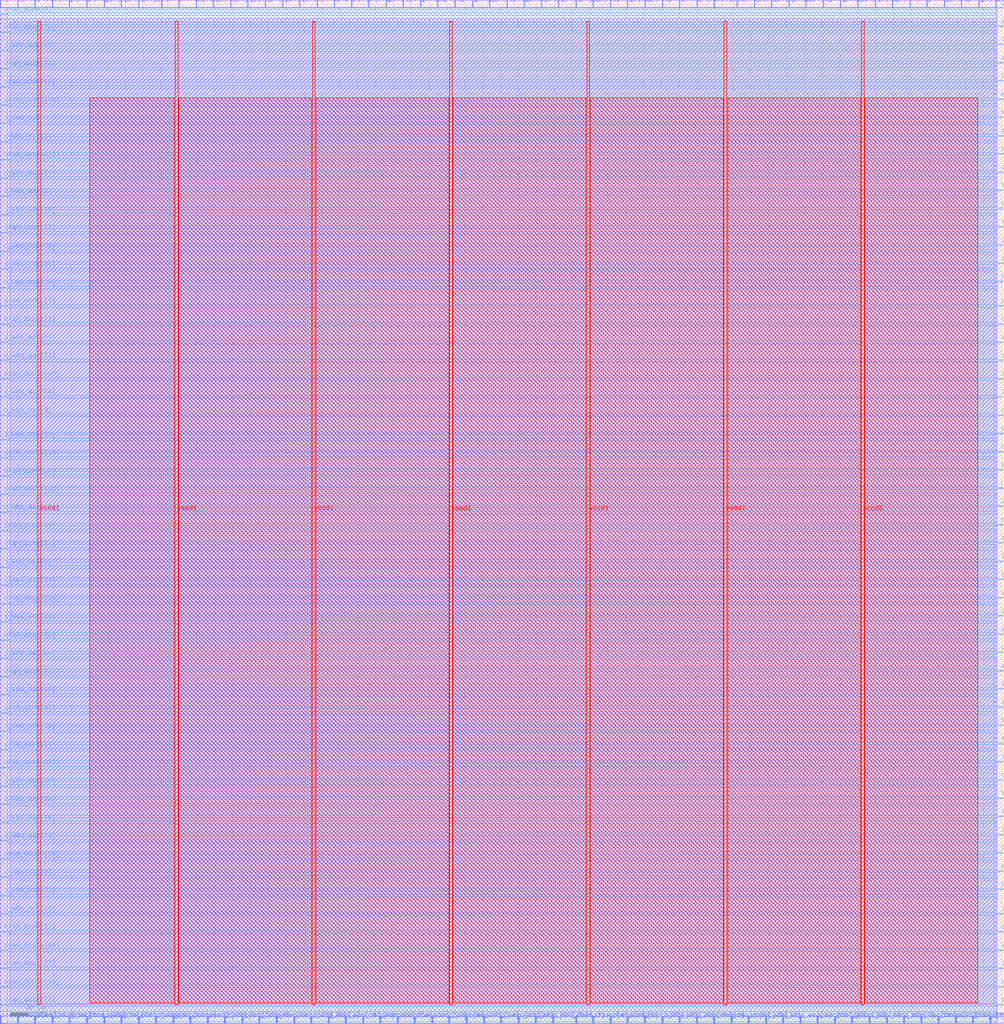
<source format=lef>
VERSION 5.7 ;
  NOWIREEXTENSIONATPIN ON ;
  DIVIDERCHAR "/" ;
  BUSBITCHARS "[]" ;
MACRO Modbus_w_RegSpace_Controller
  CLASS BLOCK ;
  FOREIGN Modbus_w_RegSpace_Controller ;
  ORIGIN 0.000 0.000 ;
  SIZE 561.805 BY 572.525 ;
  PIN i_clk
    DIRECTION INPUT ;
    USE SIGNAL ;
    PORT
      LAYER met3 ;
        RECT 557.805 360.440 561.805 361.040 ;
    END
  END i_clk
  PIN i_rst
    DIRECTION INPUT ;
    USE SIGNAL ;
    PORT
      LAYER met2 ;
        RECT 499.190 568.525 499.470 572.525 ;
    END
  END i_rst
  PIN i_rx
    DIRECTION INPUT ;
    USE SIGNAL ;
    PORT
      LAYER met2 ;
        RECT 360.730 568.525 361.010 572.525 ;
    END
  END i_rx
  PIN i_wbs_adr[0]
    DIRECTION INPUT ;
    USE SIGNAL ;
    PORT
      LAYER met2 ;
        RECT 476.650 0.000 476.930 4.000 ;
    END
  END i_wbs_adr[0]
  PIN i_wbs_adr[10]
    DIRECTION INPUT ;
    USE SIGNAL ;
    PORT
      LAYER met3 ;
        RECT 0.000 452.240 4.000 452.840 ;
    END
  END i_wbs_adr[10]
  PIN i_wbs_adr[11]
    DIRECTION INPUT ;
    USE SIGNAL ;
    PORT
      LAYER met2 ;
        RECT 183.630 0.000 183.910 4.000 ;
    END
  END i_wbs_adr[11]
  PIN i_wbs_adr[12]
    DIRECTION INPUT ;
    USE SIGNAL ;
    PORT
      LAYER met3 ;
        RECT 557.805 289.040 561.805 289.640 ;
    END
  END i_wbs_adr[12]
  PIN i_wbs_adr[13]
    DIRECTION INPUT ;
    USE SIGNAL ;
    PORT
      LAYER met3 ;
        RECT 557.805 268.640 561.805 269.240 ;
    END
  END i_wbs_adr[13]
  PIN i_wbs_adr[14]
    DIRECTION INPUT ;
    USE SIGNAL ;
    PORT
      LAYER met3 ;
        RECT 557.805 380.840 561.805 381.440 ;
    END
  END i_wbs_adr[14]
  PIN i_wbs_adr[15]
    DIRECTION INPUT ;
    USE SIGNAL ;
    PORT
      LAYER met3 ;
        RECT 0.000 122.440 4.000 123.040 ;
    END
  END i_wbs_adr[15]
  PIN i_wbs_adr[16]
    DIRECTION INPUT ;
    USE SIGNAL ;
    PORT
      LAYER met3 ;
        RECT 0.000 163.240 4.000 163.840 ;
    END
  END i_wbs_adr[16]
  PIN i_wbs_adr[17]
    DIRECTION INPUT ;
    USE SIGNAL ;
    PORT
      LAYER met3 ;
        RECT 0.000 544.040 4.000 544.640 ;
    END
  END i_wbs_adr[17]
  PIN i_wbs_adr[18]
    DIRECTION INPUT ;
    USE SIGNAL ;
    PORT
      LAYER met3 ;
        RECT 557.805 425.040 561.805 425.640 ;
    END
  END i_wbs_adr[18]
  PIN i_wbs_adr[19]
    DIRECTION INPUT ;
    USE SIGNAL ;
    PORT
      LAYER met3 ;
        RECT 0.000 102.040 4.000 102.640 ;
    END
  END i_wbs_adr[19]
  PIN i_wbs_adr[1]
    DIRECTION INPUT ;
    USE SIGNAL ;
    PORT
      LAYER met2 ;
        RECT 341.410 568.525 341.690 572.525 ;
    END
  END i_wbs_adr[1]
  PIN i_wbs_adr[20]
    DIRECTION INPUT ;
    USE SIGNAL ;
    PORT
      LAYER met2 ;
        RECT 418.690 0.000 418.970 4.000 ;
    END
  END i_wbs_adr[20]
  PIN i_wbs_adr[21]
    DIRECTION INPUT ;
    USE SIGNAL ;
    PORT
      LAYER met2 ;
        RECT 431.570 568.525 431.850 572.525 ;
    END
  END i_wbs_adr[21]
  PIN i_wbs_adr[22]
    DIRECTION INPUT ;
    USE SIGNAL ;
    PORT
      LAYER met2 ;
        RECT 128.890 568.525 129.170 572.525 ;
    END
  END i_wbs_adr[22]
  PIN i_wbs_adr[23]
    DIRECTION INPUT ;
    USE SIGNAL ;
    PORT
      LAYER met2 ;
        RECT 244.810 568.525 245.090 572.525 ;
    END
  END i_wbs_adr[23]
  PIN i_wbs_adr[24]
    DIRECTION INPUT ;
    USE SIGNAL ;
    PORT
      LAYER met2 ;
        RECT 280.230 0.000 280.510 4.000 ;
    END
  END i_wbs_adr[24]
  PIN i_wbs_adr[25]
    DIRECTION INPUT ;
    USE SIGNAL ;
    PORT
      LAYER met3 ;
        RECT 0.000 421.640 4.000 422.240 ;
    END
  END i_wbs_adr[25]
  PIN i_wbs_adr[26]
    DIRECTION INPUT ;
    USE SIGNAL ;
    PORT
      LAYER met3 ;
        RECT 0.000 132.640 4.000 133.240 ;
    END
  END i_wbs_adr[26]
  PIN i_wbs_adr[27]
    DIRECTION INPUT ;
    USE SIGNAL ;
    PORT
      LAYER met3 ;
        RECT 557.805 105.440 561.805 106.040 ;
    END
  END i_wbs_adr[27]
  PIN i_wbs_adr[28]
    DIRECTION INPUT ;
    USE SIGNAL ;
    PORT
      LAYER met3 ;
        RECT 0.000 224.440 4.000 225.040 ;
    END
  END i_wbs_adr[28]
  PIN i_wbs_adr[29]
    DIRECTION INPUT ;
    USE SIGNAL ;
    PORT
      LAYER met3 ;
        RECT 557.805 527.040 561.805 527.640 ;
    END
  END i_wbs_adr[29]
  PIN i_wbs_adr[2]
    DIRECTION INPUT ;
    USE SIGNAL ;
    PORT
      LAYER met2 ;
        RECT 312.430 568.525 312.710 572.525 ;
    END
  END i_wbs_adr[2]
  PIN i_wbs_adr[30]
    DIRECTION INPUT ;
    USE SIGNAL ;
    PORT
      LAYER met3 ;
        RECT 0.000 350.240 4.000 350.840 ;
    END
  END i_wbs_adr[30]
  PIN i_wbs_adr[31]
    DIRECTION INPUT ;
    USE SIGNAL ;
    PORT
      LAYER met2 ;
        RECT 447.670 0.000 447.950 4.000 ;
    END
  END i_wbs_adr[31]
  PIN i_wbs_adr[3]
    DIRECTION INPUT ;
    USE SIGNAL ;
    PORT
      LAYER met3 ;
        RECT 0.000 462.440 4.000 463.040 ;
    END
  END i_wbs_adr[3]
  PIN i_wbs_adr[4]
    DIRECTION INPUT ;
    USE SIGNAL ;
    PORT
      LAYER met3 ;
        RECT 557.805 370.640 561.805 371.240 ;
    END
  END i_wbs_adr[4]
  PIN i_wbs_adr[5]
    DIRECTION INPUT ;
    USE SIGNAL ;
    PORT
      LAYER met3 ;
        RECT 0.000 380.840 4.000 381.440 ;
    END
  END i_wbs_adr[5]
  PIN i_wbs_adr[6]
    DIRECTION INPUT ;
    USE SIGNAL ;
    PORT
      LAYER met3 ;
        RECT 557.805 176.840 561.805 177.440 ;
    END
  END i_wbs_adr[6]
  PIN i_wbs_adr[7]
    DIRECTION INPUT ;
    USE SIGNAL ;
    PORT
      LAYER met2 ;
        RECT 495.970 0.000 496.250 4.000 ;
    END
  END i_wbs_adr[7]
  PIN i_wbs_adr[8]
    DIRECTION INPUT ;
    USE SIGNAL ;
    PORT
      LAYER met3 ;
        RECT 557.805 258.440 561.805 259.040 ;
    END
  END i_wbs_adr[8]
  PIN i_wbs_adr[9]
    DIRECTION INPUT ;
    USE SIGNAL ;
    PORT
      LAYER met3 ;
        RECT 557.805 435.240 561.805 435.840 ;
    END
  END i_wbs_adr[9]
  PIN i_wbs_cyc
    DIRECTION INPUT ;
    USE SIGNAL ;
    PORT
      LAYER met3 ;
        RECT 0.000 503.240 4.000 503.840 ;
    END
  END i_wbs_cyc
  PIN i_wbs_dat[0]
    DIRECTION INPUT ;
    USE SIGNAL ;
    PORT
      LAYER met2 ;
        RECT 167.530 568.525 167.810 572.525 ;
    END
  END i_wbs_dat[0]
  PIN i_wbs_dat[10]
    DIRECTION INPUT ;
    USE SIGNAL ;
    PORT
      LAYER met2 ;
        RECT 380.050 0.000 380.330 4.000 ;
    END
  END i_wbs_dat[10]
  PIN i_wbs_dat[11]
    DIRECTION INPUT ;
    USE SIGNAL ;
    PORT
      LAYER met2 ;
        RECT 450.890 568.525 451.170 572.525 ;
    END
  END i_wbs_dat[11]
  PIN i_wbs_dat[12]
    DIRECTION INPUT ;
    USE SIGNAL ;
    PORT
      LAYER met2 ;
        RECT 87.030 0.000 87.310 4.000 ;
    END
  END i_wbs_dat[12]
  PIN i_wbs_dat[13]
    DIRECTION INPUT ;
    USE SIGNAL ;
    PORT
      LAYER met3 ;
        RECT 0.000 326.440 4.000 327.040 ;
    END
  END i_wbs_dat[13]
  PIN i_wbs_dat[14]
    DIRECTION INPUT ;
    USE SIGNAL ;
    PORT
      LAYER met3 ;
        RECT 0.000 183.640 4.000 184.240 ;
    END
  END i_wbs_dat[14]
  PIN i_wbs_dat[15]
    DIRECTION INPUT ;
    USE SIGNAL ;
    PORT
      LAYER met2 ;
        RECT 486.310 0.000 486.590 4.000 ;
    END
  END i_wbs_dat[15]
  PIN i_wbs_dat[16]
    DIRECTION INPUT ;
    USE SIGNAL ;
    PORT
      LAYER met3 ;
        RECT 557.805 197.240 561.805 197.840 ;
    END
  END i_wbs_dat[16]
  PIN i_wbs_dat[17]
    DIRECTION INPUT ;
    USE SIGNAL ;
    PORT
      LAYER met2 ;
        RECT 309.210 0.000 309.490 4.000 ;
    END
  END i_wbs_dat[17]
  PIN i_wbs_dat[18]
    DIRECTION INPUT ;
    USE SIGNAL ;
    PORT
      LAYER met2 ;
        RECT 412.250 568.525 412.530 572.525 ;
    END
  END i_wbs_dat[18]
  PIN i_wbs_dat[19]
    DIRECTION INPUT ;
    USE SIGNAL ;
    PORT
      LAYER met3 ;
        RECT 557.805 30.640 561.805 31.240 ;
    END
  END i_wbs_dat[19]
  PIN i_wbs_dat[1]
    DIRECTION INPUT ;
    USE SIGNAL ;
    PORT
      LAYER met3 ;
        RECT 557.805 567.840 561.805 568.440 ;
    END
  END i_wbs_dat[1]
  PIN i_wbs_dat[20]
    DIRECTION INPUT ;
    USE SIGNAL ;
    PORT
      LAYER met2 ;
        RECT 302.770 568.525 303.050 572.525 ;
    END
  END i_wbs_dat[20]
  PIN i_wbs_dat[21]
    DIRECTION INPUT ;
    USE SIGNAL ;
    PORT
      LAYER met3 ;
        RECT 557.805 51.040 561.805 51.640 ;
    END
  END i_wbs_dat[21]
  PIN i_wbs_dat[22]
    DIRECTION INPUT ;
    USE SIGNAL ;
    PORT
      LAYER met3 ;
        RECT 0.000 71.440 4.000 72.040 ;
    END
  END i_wbs_dat[22]
  PIN i_wbs_dat[23]
    DIRECTION INPUT ;
    USE SIGNAL ;
    PORT
      LAYER met2 ;
        RECT 109.570 568.525 109.850 572.525 ;
    END
  END i_wbs_dat[23]
  PIN i_wbs_dat[24]
    DIRECTION INPUT ;
    USE SIGNAL ;
    PORT
      LAYER met3 ;
        RECT 0.000 204.040 4.000 204.640 ;
    END
  END i_wbs_dat[24]
  PIN i_wbs_dat[25]
    DIRECTION INPUT ;
    USE SIGNAL ;
    PORT
      LAYER met2 ;
        RECT 299.550 0.000 299.830 4.000 ;
    END
  END i_wbs_dat[25]
  PIN i_wbs_dat[26]
    DIRECTION INPUT ;
    USE SIGNAL ;
    PORT
      LAYER met3 ;
        RECT 557.805 61.240 561.805 61.840 ;
    END
  END i_wbs_dat[26]
  PIN i_wbs_dat[27]
    DIRECTION INPUT ;
    USE SIGNAL ;
    PORT
      LAYER met2 ;
        RECT 138.550 568.525 138.830 572.525 ;
    END
  END i_wbs_dat[27]
  PIN i_wbs_dat[28]
    DIRECTION INPUT ;
    USE SIGNAL ;
    PORT
      LAYER met2 ;
        RECT 273.790 568.525 274.070 572.525 ;
    END
  END i_wbs_dat[28]
  PIN i_wbs_dat[29]
    DIRECTION INPUT ;
    USE SIGNAL ;
    PORT
      LAYER met2 ;
        RECT 370.390 0.000 370.670 4.000 ;
    END
  END i_wbs_dat[29]
  PIN i_wbs_dat[2]
    DIRECTION INPUT ;
    USE SIGNAL ;
    PORT
      LAYER met2 ;
        RECT 173.970 0.000 174.250 4.000 ;
    END
  END i_wbs_dat[2]
  PIN i_wbs_dat[30]
    DIRECTION INPUT ;
    USE SIGNAL ;
    PORT
      LAYER met2 ;
        RECT 58.050 568.525 58.330 572.525 ;
    END
  END i_wbs_dat[30]
  PIN i_wbs_dat[31]
    DIRECTION INPUT ;
    USE SIGNAL ;
    PORT
      LAYER met2 ;
        RECT 29.070 0.000 29.350 4.000 ;
    END
  END i_wbs_dat[31]
  PIN i_wbs_dat[3]
    DIRECTION INPUT ;
    USE SIGNAL ;
    PORT
      LAYER met3 ;
        RECT 557.805 146.240 561.805 146.840 ;
    END
  END i_wbs_dat[3]
  PIN i_wbs_dat[4]
    DIRECTION INPUT ;
    USE SIGNAL ;
    PORT
      LAYER met2 ;
        RECT 193.290 0.000 193.570 4.000 ;
    END
  END i_wbs_dat[4]
  PIN i_wbs_dat[5]
    DIRECTION INPUT ;
    USE SIGNAL ;
    PORT
      LAYER met3 ;
        RECT 557.805 476.040 561.805 476.640 ;
    END
  END i_wbs_dat[5]
  PIN i_wbs_dat[6]
    DIRECTION INPUT ;
    USE SIGNAL ;
    PORT
      LAYER met2 ;
        RECT 389.710 0.000 389.990 4.000 ;
    END
  END i_wbs_dat[6]
  PIN i_wbs_dat[7]
    DIRECTION INPUT ;
    USE SIGNAL ;
    PORT
      LAYER met3 ;
        RECT 557.805 187.040 561.805 187.640 ;
    END
  END i_wbs_dat[7]
  PIN i_wbs_dat[8]
    DIRECTION INPUT ;
    USE SIGNAL ;
    PORT
      LAYER met3 ;
        RECT 557.805 350.240 561.805 350.840 ;
    END
  END i_wbs_dat[8]
  PIN i_wbs_dat[9]
    DIRECTION INPUT ;
    USE SIGNAL ;
    PORT
      LAYER met3 ;
        RECT 557.805 40.840 561.805 41.440 ;
    END
  END i_wbs_dat[9]
  PIN i_wbs_sel[0]
    DIRECTION INPUT ;
    USE SIGNAL ;
    PORT
      LAYER met3 ;
        RECT 0.000 255.040 4.000 255.640 ;
    END
  END i_wbs_sel[0]
  PIN i_wbs_sel[1]
    DIRECTION INPUT ;
    USE SIGNAL ;
    PORT
      LAYER met2 ;
        RECT 438.010 0.000 438.290 4.000 ;
    END
  END i_wbs_sel[1]
  PIN i_wbs_sel[2]
    DIRECTION INPUT ;
    USE SIGNAL ;
    PORT
      LAYER met2 ;
        RECT 331.750 568.525 332.030 572.525 ;
    END
  END i_wbs_sel[2]
  PIN i_wbs_sel[3]
    DIRECTION INPUT ;
    USE SIGNAL ;
    PORT
      LAYER met3 ;
        RECT 557.805 227.840 561.805 228.440 ;
    END
  END i_wbs_sel[3]
  PIN i_wbs_stb
    DIRECTION INPUT ;
    USE SIGNAL ;
    PORT
      LAYER met3 ;
        RECT 557.805 537.240 561.805 537.840 ;
    END
  END i_wbs_stb
  PIN i_wbs_we
    DIRECTION INPUT ;
    USE SIGNAL ;
    PORT
      LAYER met2 ;
        RECT 428.350 0.000 428.630 4.000 ;
    END
  END i_wbs_we
  PIN o_tx
    DIRECTION OUTPUT TRISTATE ;
    USE SIGNAL ;
    PORT
      LAYER met2 ;
        RECT 553.930 0.000 554.210 4.000 ;
    END
  END o_tx
  PIN o_wbs_ack
    DIRECTION OUTPUT TRISTATE ;
    USE SIGNAL ;
    PORT
      LAYER met2 ;
        RECT 157.870 568.525 158.150 572.525 ;
    END
  END o_wbs_ack
  PIN o_wbs_dat[0]
    DIRECTION OUTPUT TRISTATE ;
    USE SIGNAL ;
    PORT
      LAYER met2 ;
        RECT 119.230 568.525 119.510 572.525 ;
    END
  END o_wbs_dat[0]
  PIN o_wbs_dat[10]
    DIRECTION OUTPUT TRISTATE ;
    USE SIGNAL ;
    PORT
      LAYER met3 ;
        RECT 557.805 207.440 561.805 208.040 ;
    END
  END o_wbs_dat[10]
  PIN o_wbs_dat[11]
    DIRECTION OUTPUT TRISTATE ;
    USE SIGNAL ;
    PORT
      LAYER met2 ;
        RECT 148.210 568.525 148.490 572.525 ;
    END
  END o_wbs_dat[11]
  PIN o_wbs_dat[12]
    DIRECTION OUTPUT TRISTATE ;
    USE SIGNAL ;
    PORT
      LAYER met2 ;
        RECT 537.830 568.525 538.110 572.525 ;
    END
  END o_wbs_dat[12]
  PIN o_wbs_dat[13]
    DIRECTION OUTPUT TRISTATE ;
    USE SIGNAL ;
    PORT
      LAYER met3 ;
        RECT 0.000 61.240 4.000 61.840 ;
    END
  END o_wbs_dat[13]
  PIN o_wbs_dat[14]
    DIRECTION OUTPUT TRISTATE ;
    USE SIGNAL ;
    PORT
      LAYER met2 ;
        RECT 254.470 568.525 254.750 572.525 ;
    END
  END o_wbs_dat[14]
  PIN o_wbs_dat[15]
    DIRECTION OUTPUT TRISTATE ;
    USE SIGNAL ;
    PORT
      LAYER met3 ;
        RECT 0.000 285.640 4.000 286.240 ;
    END
  END o_wbs_dat[15]
  PIN o_wbs_dat[16]
    DIRECTION OUTPUT TRISTATE ;
    USE SIGNAL ;
    PORT
      LAYER met2 ;
        RECT 293.110 568.525 293.390 572.525 ;
    END
  END o_wbs_dat[16]
  PIN o_wbs_dat[17]
    DIRECTION OUTPUT TRISTATE ;
    USE SIGNAL ;
    PORT
      LAYER met3 ;
        RECT 0.000 472.640 4.000 473.240 ;
    END
  END o_wbs_dat[17]
  PIN o_wbs_dat[18]
    DIRECTION OUTPUT TRISTATE ;
    USE SIGNAL ;
    PORT
      LAYER met3 ;
        RECT 0.000 112.240 4.000 112.840 ;
    END
  END o_wbs_dat[18]
  PIN o_wbs_dat[19]
    DIRECTION OUTPUT TRISTATE ;
    USE SIGNAL ;
    PORT
      LAYER met3 ;
        RECT 557.805 95.240 561.805 95.840 ;
    END
  END o_wbs_dat[19]
  PIN o_wbs_dat[1]
    DIRECTION OUTPUT TRISTATE ;
    USE SIGNAL ;
    PORT
      LAYER met2 ;
        RECT 479.870 568.525 480.150 572.525 ;
    END
  END o_wbs_dat[1]
  PIN o_wbs_dat[20]
    DIRECTION OUTPUT TRISTATE ;
    USE SIGNAL ;
    PORT
      LAYER met3 ;
        RECT 557.805 299.240 561.805 299.840 ;
    END
  END o_wbs_dat[20]
  PIN o_wbs_dat[21]
    DIRECTION OUTPUT TRISTATE ;
    USE SIGNAL ;
    PORT
      LAYER met3 ;
        RECT 0.000 370.640 4.000 371.240 ;
    END
  END o_wbs_dat[21]
  PIN o_wbs_dat[22]
    DIRECTION OUTPUT TRISTATE ;
    USE SIGNAL ;
    PORT
      LAYER met2 ;
        RECT 58.050 0.000 58.330 4.000 ;
    END
  END o_wbs_dat[22]
  PIN o_wbs_dat[23]
    DIRECTION OUTPUT TRISTATE ;
    USE SIGNAL ;
    PORT
      LAYER met2 ;
        RECT 144.990 0.000 145.270 4.000 ;
    END
  END o_wbs_dat[23]
  PIN o_wbs_dat[24]
    DIRECTION OUTPUT TRISTATE ;
    USE SIGNAL ;
    PORT
      LAYER met3 ;
        RECT 0.000 431.840 4.000 432.440 ;
    END
  END o_wbs_dat[24]
  PIN o_wbs_dat[25]
    DIRECTION OUTPUT TRISTATE ;
    USE SIGNAL ;
    PORT
      LAYER met3 ;
        RECT 0.000 411.440 4.000 412.040 ;
    END
  END o_wbs_dat[25]
  PIN o_wbs_dat[26]
    DIRECTION OUTPUT TRISTATE ;
    USE SIGNAL ;
    PORT
      LAYER met2 ;
        RECT 125.670 0.000 125.950 4.000 ;
    END
  END o_wbs_dat[26]
  PIN o_wbs_dat[27]
    DIRECTION OUTPUT TRISTATE ;
    USE SIGNAL ;
    PORT
      LAYER met2 ;
        RECT 251.250 0.000 251.530 4.000 ;
    END
  END o_wbs_dat[27]
  PIN o_wbs_dat[28]
    DIRECTION OUTPUT TRISTATE ;
    USE SIGNAL ;
    PORT
      LAYER met2 ;
        RECT 505.630 0.000 505.910 4.000 ;
    END
  END o_wbs_dat[28]
  PIN o_wbs_dat[29]
    DIRECTION OUTPUT TRISTATE ;
    USE SIGNAL ;
    PORT
      LAYER met3 ;
        RECT 0.000 244.840 4.000 245.440 ;
    END
  END o_wbs_dat[29]
  PIN o_wbs_dat[2]
    DIRECTION OUTPUT TRISTATE ;
    USE SIGNAL ;
    PORT
      LAYER met3 ;
        RECT 0.000 81.640 4.000 82.240 ;
    END
  END o_wbs_dat[2]
  PIN o_wbs_dat[30]
    DIRECTION OUTPUT TRISTATE ;
    USE SIGNAL ;
    PORT
      LAYER met2 ;
        RECT 460.550 568.525 460.830 572.525 ;
    END
  END o_wbs_dat[30]
  PIN o_wbs_dat[31]
    DIRECTION OUTPUT TRISTATE ;
    USE SIGNAL ;
    PORT
      LAYER met2 ;
        RECT 215.830 568.525 216.110 572.525 ;
    END
  END o_wbs_dat[31]
  PIN o_wbs_dat[3]
    DIRECTION OUTPUT TRISTATE ;
    USE SIGNAL ;
    PORT
      LAYER met3 ;
        RECT 0.000 340.040 4.000 340.640 ;
    END
  END o_wbs_dat[3]
  PIN o_wbs_dat[4]
    DIRECTION OUTPUT TRISTATE ;
    USE SIGNAL ;
    PORT
      LAYER met2 ;
        RECT 528.170 568.525 528.450 572.525 ;
    END
  END o_wbs_dat[4]
  PIN o_wbs_dat[5]
    DIRECTION OUTPUT TRISTATE ;
    USE SIGNAL ;
    PORT
      LAYER met2 ;
        RECT 370.390 568.525 370.670 572.525 ;
    END
  END o_wbs_dat[5]
  PIN o_wbs_dat[6]
    DIRECTION OUTPUT TRISTATE ;
    USE SIGNAL ;
    PORT
      LAYER met2 ;
        RECT 67.710 568.525 67.990 572.525 ;
    END
  END o_wbs_dat[6]
  PIN o_wbs_dat[7]
    DIRECTION OUTPUT TRISTATE ;
    USE SIGNAL ;
    PORT
      LAYER met2 ;
        RECT 0.090 568.525 0.370 572.525 ;
    END
  END o_wbs_dat[7]
  PIN o_wbs_dat[8]
    DIRECTION OUTPUT TRISTATE ;
    USE SIGNAL ;
    PORT
      LAYER met3 ;
        RECT 0.000 493.040 4.000 493.640 ;
    END
  END o_wbs_dat[8]
  PIN o_wbs_dat[9]
    DIRECTION OUTPUT TRISTATE ;
    USE SIGNAL ;
    PORT
      LAYER met3 ;
        RECT 557.805 340.040 561.805 340.640 ;
    END
  END o_wbs_dat[9]
  PIN sram_addr0[0]
    DIRECTION OUTPUT TRISTATE ;
    USE SIGNAL ;
    PORT
      LAYER met3 ;
        RECT 0.000 523.640 4.000 524.240 ;
    END
  END sram_addr0[0]
  PIN sram_addr0[1]
    DIRECTION OUTPUT TRISTATE ;
    USE SIGNAL ;
    PORT
      LAYER met3 ;
        RECT 557.805 486.240 561.805 486.840 ;
    END
  END sram_addr0[1]
  PIN sram_addr0[2]
    DIRECTION OUTPUT TRISTATE ;
    USE SIGNAL ;
    PORT
      LAYER met2 ;
        RECT 48.390 0.000 48.670 4.000 ;
    END
  END sram_addr0[2]
  PIN sram_addr0[3]
    DIRECTION OUTPUT TRISTATE ;
    USE SIGNAL ;
    PORT
      LAYER met3 ;
        RECT 557.805 0.040 561.805 0.640 ;
    END
  END sram_addr0[3]
  PIN sram_addr0[4]
    DIRECTION OUTPUT TRISTATE ;
    USE SIGNAL ;
    PORT
      LAYER met2 ;
        RECT 212.610 0.000 212.890 4.000 ;
    END
  END sram_addr0[4]
  PIN sram_addr0[5]
    DIRECTION OUTPUT TRISTATE ;
    USE SIGNAL ;
    PORT
      LAYER met2 ;
        RECT 225.490 568.525 225.770 572.525 ;
    END
  END sram_addr0[5]
  PIN sram_addr0[6]
    DIRECTION OUTPUT TRISTATE ;
    USE SIGNAL ;
    PORT
      LAYER met2 ;
        RECT 90.250 568.525 90.530 572.525 ;
    END
  END sram_addr0[6]
  PIN sram_addr0[7]
    DIRECTION OUTPUT TRISTATE ;
    USE SIGNAL ;
    PORT
      LAYER met2 ;
        RECT 360.730 0.000 361.010 4.000 ;
    END
  END sram_addr0[7]
  PIN sram_addr1[0]
    DIRECTION OUTPUT TRISTATE ;
    USE SIGNAL ;
    PORT
      LAYER met3 ;
        RECT 557.805 506.640 561.805 507.240 ;
    END
  END sram_addr1[0]
  PIN sram_addr1[1]
    DIRECTION OUTPUT TRISTATE ;
    USE SIGNAL ;
    PORT
      LAYER met3 ;
        RECT 0.000 10.240 4.000 10.840 ;
    END
  END sram_addr1[1]
  PIN sram_addr1[2]
    DIRECTION OUTPUT TRISTATE ;
    USE SIGNAL ;
    PORT
      LAYER met2 ;
        RECT 399.370 568.525 399.650 572.525 ;
    END
  END sram_addr1[2]
  PIN sram_addr1[3]
    DIRECTION OUTPUT TRISTATE ;
    USE SIGNAL ;
    PORT
      LAYER met3 ;
        RECT 557.805 547.440 561.805 548.040 ;
    END
  END sram_addr1[3]
  PIN sram_addr1[4]
    DIRECTION OUTPUT TRISTATE ;
    USE SIGNAL ;
    PORT
      LAYER met3 ;
        RECT 0.000 533.840 4.000 534.440 ;
    END
  END sram_addr1[4]
  PIN sram_addr1[5]
    DIRECTION OUTPUT TRISTATE ;
    USE SIGNAL ;
    PORT
      LAYER met2 ;
        RECT 466.990 0.000 467.270 4.000 ;
    END
  END sram_addr1[5]
  PIN sram_addr1[6]
    DIRECTION OUTPUT TRISTATE ;
    USE SIGNAL ;
    PORT
      LAYER met2 ;
        RECT 547.490 568.525 547.770 572.525 ;
    END
  END sram_addr1[6]
  PIN sram_addr1[7]
    DIRECTION OUTPUT TRISTATE ;
    USE SIGNAL ;
    PORT
      LAYER met3 ;
        RECT 0.000 401.240 4.000 401.840 ;
    END
  END sram_addr1[7]
  PIN sram_csb0
    DIRECTION OUTPUT TRISTATE ;
    USE SIGNAL ;
    PORT
      LAYER met3 ;
        RECT 557.805 391.040 561.805 391.640 ;
    END
  END sram_csb0
  PIN sram_csb1
    DIRECTION OUTPUT TRISTATE ;
    USE SIGNAL ;
    PORT
      LAYER met3 ;
        RECT 557.805 496.440 561.805 497.040 ;
    END
  END sram_csb1
  PIN sram_din0[0]
    DIRECTION OUTPUT TRISTATE ;
    USE SIGNAL ;
    PORT
      LAYER met2 ;
        RECT 470.210 568.525 470.490 572.525 ;
    END
  END sram_din0[0]
  PIN sram_din0[10]
    DIRECTION OUTPUT TRISTATE ;
    USE SIGNAL ;
    PORT
      LAYER met2 ;
        RECT 283.450 568.525 283.730 572.525 ;
    END
  END sram_din0[10]
  PIN sram_din0[11]
    DIRECTION OUTPUT TRISTATE ;
    USE SIGNAL ;
    PORT
      LAYER met2 ;
        RECT 222.270 0.000 222.550 4.000 ;
    END
  END sram_din0[11]
  PIN sram_din0[12]
    DIRECTION OUTPUT TRISTATE ;
    USE SIGNAL ;
    PORT
      LAYER met3 ;
        RECT 0.000 51.040 4.000 51.640 ;
    END
  END sram_din0[12]
  PIN sram_din0[13]
    DIRECTION OUTPUT TRISTATE ;
    USE SIGNAL ;
    PORT
      LAYER met2 ;
        RECT 38.730 568.525 39.010 572.525 ;
    END
  END sram_din0[13]
  PIN sram_din0[14]
    DIRECTION OUTPUT TRISTATE ;
    USE SIGNAL ;
    PORT
      LAYER met2 ;
        RECT 260.910 0.000 261.190 4.000 ;
    END
  END sram_din0[14]
  PIN sram_din0[15]
    DIRECTION OUTPUT TRISTATE ;
    USE SIGNAL ;
    PORT
      LAYER met3 ;
        RECT 557.805 115.640 561.805 116.240 ;
    END
  END sram_din0[15]
  PIN sram_din0[16]
    DIRECTION OUTPUT TRISTATE ;
    USE SIGNAL ;
    PORT
      LAYER met2 ;
        RECT 544.270 0.000 544.550 4.000 ;
    END
  END sram_din0[16]
  PIN sram_din0[17]
    DIRECTION OUTPUT TRISTATE ;
    USE SIGNAL ;
    PORT
      LAYER met3 ;
        RECT 0.000 275.440 4.000 276.040 ;
    END
  END sram_din0[17]
  PIN sram_din0[18]
    DIRECTION OUTPUT TRISTATE ;
    USE SIGNAL ;
    PORT
      LAYER met3 ;
        RECT 557.805 455.640 561.805 456.240 ;
    END
  END sram_din0[18]
  PIN sram_din0[19]
    DIRECTION OUTPUT TRISTATE ;
    USE SIGNAL ;
    PORT
      LAYER met3 ;
        RECT 557.805 329.840 561.805 330.440 ;
    END
  END sram_din0[19]
  PIN sram_din0[1]
    DIRECTION OUTPUT TRISTATE ;
    USE SIGNAL ;
    PORT
      LAYER met3 ;
        RECT 0.000 153.040 4.000 153.640 ;
    END
  END sram_din0[1]
  PIN sram_din0[20]
    DIRECTION OUTPUT TRISTATE ;
    USE SIGNAL ;
    PORT
      LAYER met2 ;
        RECT 196.510 568.525 196.790 572.525 ;
    END
  END sram_din0[20]
  PIN sram_din0[21]
    DIRECTION OUTPUT TRISTATE ;
    USE SIGNAL ;
    PORT
      LAYER met2 ;
        RECT 524.950 0.000 525.230 4.000 ;
    END
  END sram_din0[21]
  PIN sram_din0[22]
    DIRECTION OUTPUT TRISTATE ;
    USE SIGNAL ;
    PORT
      LAYER met2 ;
        RECT 421.910 568.525 422.190 572.525 ;
    END
  END sram_din0[22]
  PIN sram_din0[23]
    DIRECTION OUTPUT TRISTATE ;
    USE SIGNAL ;
    PORT
      LAYER met2 ;
        RECT 231.930 0.000 232.210 4.000 ;
    END
  END sram_din0[23]
  PIN sram_din0[24]
    DIRECTION OUTPUT TRISTATE ;
    USE SIGNAL ;
    PORT
      LAYER met3 ;
        RECT 0.000 265.240 4.000 265.840 ;
    END
  END sram_din0[24]
  PIN sram_din0[25]
    DIRECTION OUTPUT TRISTATE ;
    USE SIGNAL ;
    PORT
      LAYER met2 ;
        RECT 508.850 568.525 509.130 572.525 ;
    END
  END sram_din0[25]
  PIN sram_din0[26]
    DIRECTION OUTPUT TRISTATE ;
    USE SIGNAL ;
    PORT
      LAYER met3 ;
        RECT 557.805 136.040 561.805 136.640 ;
    END
  END sram_din0[26]
  PIN sram_din0[27]
    DIRECTION OUTPUT TRISTATE ;
    USE SIGNAL ;
    PORT
      LAYER met3 ;
        RECT 557.805 319.640 561.805 320.240 ;
    END
  END sram_din0[27]
  PIN sram_din0[28]
    DIRECTION OUTPUT TRISTATE ;
    USE SIGNAL ;
    PORT
      LAYER met2 ;
        RECT 164.310 0.000 164.590 4.000 ;
    END
  END sram_din0[28]
  PIN sram_din0[29]
    DIRECTION OUTPUT TRISTATE ;
    USE SIGNAL ;
    PORT
      LAYER met2 ;
        RECT 48.390 568.525 48.670 572.525 ;
    END
  END sram_din0[29]
  PIN sram_din0[2]
    DIRECTION OUTPUT TRISTATE ;
    USE SIGNAL ;
    PORT
      LAYER met3 ;
        RECT 557.805 74.840 561.805 75.440 ;
    END
  END sram_din0[2]
  PIN sram_din0[30]
    DIRECTION OUTPUT TRISTATE ;
    USE SIGNAL ;
    PORT
      LAYER met3 ;
        RECT 0.000 306.040 4.000 306.640 ;
    END
  END sram_din0[30]
  PIN sram_din0[31]
    DIRECTION OUTPUT TRISTATE ;
    USE SIGNAL ;
    PORT
      LAYER met3 ;
        RECT 557.805 465.840 561.805 466.440 ;
    END
  END sram_din0[31]
  PIN sram_din0[3]
    DIRECTION OUTPUT TRISTATE ;
    USE SIGNAL ;
    PORT
      LAYER met2 ;
        RECT 341.410 0.000 341.690 4.000 ;
    END
  END sram_din0[3]
  PIN sram_din0[4]
    DIRECTION OUTPUT TRISTATE ;
    USE SIGNAL ;
    PORT
      LAYER met2 ;
        RECT 135.330 0.000 135.610 4.000 ;
    END
  END sram_din0[4]
  PIN sram_din0[5]
    DIRECTION OUTPUT TRISTATE ;
    USE SIGNAL ;
    PORT
      LAYER met2 ;
        RECT 99.910 568.525 100.190 572.525 ;
    END
  END sram_din0[5]
  PIN sram_din0[6]
    DIRECTION OUTPUT TRISTATE ;
    USE SIGNAL ;
    PORT
      LAYER met2 ;
        RECT 457.330 0.000 457.610 4.000 ;
    END
  END sram_din0[6]
  PIN sram_din0[7]
    DIRECTION OUTPUT TRISTATE ;
    USE SIGNAL ;
    PORT
      LAYER met3 ;
        RECT 557.805 20.440 561.805 21.040 ;
    END
  END sram_din0[7]
  PIN sram_din0[8]
    DIRECTION OUTPUT TRISTATE ;
    USE SIGNAL ;
    PORT
      LAYER met3 ;
        RECT 0.000 173.440 4.000 174.040 ;
    END
  END sram_din0[8]
  PIN sram_din0[9]
    DIRECTION OUTPUT TRISTATE ;
    USE SIGNAL ;
    PORT
      LAYER met3 ;
        RECT 0.000 564.440 4.000 565.040 ;
    END
  END sram_din0[9]
  PIN sram_dout0[0]
    DIRECTION INPUT ;
    USE SIGNAL ;
    PORT
      LAYER met2 ;
        RECT 177.190 568.525 177.470 572.525 ;
    END
  END sram_dout0[0]
  PIN sram_dout0[10]
    DIRECTION INPUT ;
    USE SIGNAL ;
    PORT
      LAYER met2 ;
        RECT 206.170 568.525 206.450 572.525 ;
    END
  END sram_dout0[10]
  PIN sram_dout0[11]
    DIRECTION INPUT ;
    USE SIGNAL ;
    PORT
      LAYER met2 ;
        RECT 186.850 568.525 187.130 572.525 ;
    END
  END sram_dout0[11]
  PIN sram_dout0[12]
    DIRECTION INPUT ;
    USE SIGNAL ;
    PORT
      LAYER met2 ;
        RECT 19.410 0.000 19.690 4.000 ;
    END
  END sram_dout0[12]
  PIN sram_dout0[13]
    DIRECTION INPUT ;
    USE SIGNAL ;
    PORT
      LAYER met2 ;
        RECT 96.690 0.000 96.970 4.000 ;
    END
  END sram_dout0[13]
  PIN sram_dout0[14]
    DIRECTION INPUT ;
    USE SIGNAL ;
    PORT
      LAYER met3 ;
        RECT 557.805 156.440 561.805 157.040 ;
    END
  END sram_dout0[14]
  PIN sram_dout0[15]
    DIRECTION INPUT ;
    USE SIGNAL ;
    PORT
      LAYER met2 ;
        RECT 270.570 0.000 270.850 4.000 ;
    END
  END sram_dout0[15]
  PIN sram_dout0[16]
    DIRECTION INPUT ;
    USE SIGNAL ;
    PORT
      LAYER met3 ;
        RECT 557.805 557.640 561.805 558.240 ;
    END
  END sram_dout0[16]
  PIN sram_dout0[17]
    DIRECTION INPUT ;
    USE SIGNAL ;
    PORT
      LAYER met2 ;
        RECT 9.750 568.525 10.030 572.525 ;
    END
  END sram_dout0[17]
  PIN sram_dout0[18]
    DIRECTION INPUT ;
    USE SIGNAL ;
    PORT
      LAYER met2 ;
        RECT 264.130 568.525 264.410 572.525 ;
    END
  END sram_dout0[18]
  PIN sram_dout0[19]
    DIRECTION INPUT ;
    USE SIGNAL ;
    PORT
      LAYER met2 ;
        RECT 67.710 0.000 67.990 4.000 ;
    END
  END sram_dout0[19]
  PIN sram_dout0[1]
    DIRECTION INPUT ;
    USE SIGNAL ;
    PORT
      LAYER met3 ;
        RECT 557.805 217.640 561.805 218.240 ;
    END
  END sram_dout0[1]
  PIN sram_dout0[20]
    DIRECTION INPUT ;
    USE SIGNAL ;
    PORT
      LAYER met3 ;
        RECT 0.000 360.440 4.000 361.040 ;
    END
  END sram_dout0[20]
  PIN sram_dout0[21]
    DIRECTION INPUT ;
    USE SIGNAL ;
    PORT
      LAYER met2 ;
        RECT 19.410 568.525 19.690 572.525 ;
    END
  END sram_dout0[21]
  PIN sram_dout0[22]
    DIRECTION INPUT ;
    USE SIGNAL ;
    PORT
      LAYER met3 ;
        RECT 557.805 309.440 561.805 310.040 ;
    END
  END sram_dout0[22]
  PIN sram_dout0[23]
    DIRECTION INPUT ;
    USE SIGNAL ;
    PORT
      LAYER met3 ;
        RECT 0.000 20.440 4.000 21.040 ;
    END
  END sram_dout0[23]
  PIN sram_dout0[24]
    DIRECTION INPUT ;
    USE SIGNAL ;
    PORT
      LAYER met3 ;
        RECT 0.000 91.840 4.000 92.440 ;
    END
  END sram_dout0[24]
  PIN sram_dout0[25]
    DIRECTION INPUT ;
    USE SIGNAL ;
    PORT
      LAYER met3 ;
        RECT 557.805 516.840 561.805 517.440 ;
    END
  END sram_dout0[25]
  PIN sram_dout0[26]
    DIRECTION INPUT ;
    USE SIGNAL ;
    PORT
      LAYER met2 ;
        RECT 322.090 568.525 322.370 572.525 ;
    END
  END sram_dout0[26]
  PIN sram_dout0[27]
    DIRECTION INPUT ;
    USE SIGNAL ;
    PORT
      LAYER met2 ;
        RECT 154.650 0.000 154.930 4.000 ;
    END
  END sram_dout0[27]
  PIN sram_dout0[28]
    DIRECTION INPUT ;
    USE SIGNAL ;
    PORT
      LAYER met3 ;
        RECT 557.805 238.040 561.805 238.640 ;
    END
  END sram_dout0[28]
  PIN sram_dout0[29]
    DIRECTION INPUT ;
    USE SIGNAL ;
    PORT
      LAYER met3 ;
        RECT 0.000 40.840 4.000 41.440 ;
    END
  END sram_dout0[29]
  PIN sram_dout0[2]
    DIRECTION INPUT ;
    USE SIGNAL ;
    PORT
      LAYER met3 ;
        RECT 557.805 85.040 561.805 85.640 ;
    END
  END sram_dout0[2]
  PIN sram_dout0[30]
    DIRECTION INPUT ;
    USE SIGNAL ;
    PORT
      LAYER met3 ;
        RECT 0.000 513.440 4.000 514.040 ;
    END
  END sram_dout0[30]
  PIN sram_dout0[31]
    DIRECTION INPUT ;
    USE SIGNAL ;
    PORT
      LAYER met2 ;
        RECT 515.290 0.000 515.570 4.000 ;
    END
  END sram_dout0[31]
  PIN sram_dout0[3]
    DIRECTION INPUT ;
    USE SIGNAL ;
    PORT
      LAYER met2 ;
        RECT 77.370 0.000 77.650 4.000 ;
    END
  END sram_dout0[3]
  PIN sram_dout0[4]
    DIRECTION INPUT ;
    USE SIGNAL ;
    PORT
      LAYER met2 ;
        RECT 241.590 0.000 241.870 4.000 ;
    END
  END sram_dout0[4]
  PIN sram_dout0[5]
    DIRECTION INPUT ;
    USE SIGNAL ;
    PORT
      LAYER met3 ;
        RECT 557.805 166.640 561.805 167.240 ;
    END
  END sram_dout0[5]
  PIN sram_dout0[6]
    DIRECTION INPUT ;
    USE SIGNAL ;
    PORT
      LAYER met2 ;
        RECT 557.150 568.525 557.430 572.525 ;
    END
  END sram_dout0[6]
  PIN sram_dout0[7]
    DIRECTION INPUT ;
    USE SIGNAL ;
    PORT
      LAYER met3 ;
        RECT 0.000 30.640 4.000 31.240 ;
    END
  END sram_dout0[7]
  PIN sram_dout0[8]
    DIRECTION INPUT ;
    USE SIGNAL ;
    PORT
      LAYER met2 ;
        RECT 534.610 0.000 534.890 4.000 ;
    END
  END sram_dout0[8]
  PIN sram_dout0[9]
    DIRECTION INPUT ;
    USE SIGNAL ;
    PORT
      LAYER met3 ;
        RECT 0.000 214.240 4.000 214.840 ;
    END
  END sram_dout0[9]
  PIN sram_dout1[0]
    DIRECTION INPUT ;
    USE SIGNAL ;
    PORT
      LAYER met3 ;
        RECT 557.805 248.240 561.805 248.840 ;
    END
  END sram_dout1[0]
  PIN sram_dout1[10]
    DIRECTION INPUT ;
    USE SIGNAL ;
    PORT
      LAYER met2 ;
        RECT 9.750 0.000 10.030 4.000 ;
    END
  END sram_dout1[10]
  PIN sram_dout1[11]
    DIRECTION INPUT ;
    USE SIGNAL ;
    PORT
      LAYER met3 ;
        RECT 557.805 445.440 561.805 446.040 ;
    END
  END sram_dout1[11]
  PIN sram_dout1[12]
    DIRECTION INPUT ;
    USE SIGNAL ;
    PORT
      LAYER met2 ;
        RECT 518.510 568.525 518.790 572.525 ;
    END
  END sram_dout1[12]
  PIN sram_dout1[13]
    DIRECTION INPUT ;
    USE SIGNAL ;
    PORT
      LAYER met3 ;
        RECT 557.805 10.240 561.805 10.840 ;
    END
  END sram_dout1[13]
  PIN sram_dout1[14]
    DIRECTION INPUT ;
    USE SIGNAL ;
    PORT
      LAYER met2 ;
        RECT 489.530 568.525 489.810 572.525 ;
    END
  END sram_dout1[14]
  PIN sram_dout1[15]
    DIRECTION INPUT ;
    USE SIGNAL ;
    PORT
      LAYER met3 ;
        RECT 0.000 234.640 4.000 235.240 ;
    END
  END sram_dout1[15]
  PIN sram_dout1[16]
    DIRECTION INPUT ;
    USE SIGNAL ;
    PORT
      LAYER met3 ;
        RECT 0.000 316.240 4.000 316.840 ;
    END
  END sram_dout1[16]
  PIN sram_dout1[17]
    DIRECTION INPUT ;
    USE SIGNAL ;
    PORT
      LAYER met2 ;
        RECT 351.070 0.000 351.350 4.000 ;
    END
  END sram_dout1[17]
  PIN sram_dout1[18]
    DIRECTION INPUT ;
    USE SIGNAL ;
    PORT
      LAYER met2 ;
        RECT 0.090 0.000 0.370 4.000 ;
    END
  END sram_dout1[18]
  PIN sram_dout1[19]
    DIRECTION INPUT ;
    USE SIGNAL ;
    PORT
      LAYER met2 ;
        RECT 409.030 0.000 409.310 4.000 ;
    END
  END sram_dout1[19]
  PIN sram_dout1[1]
    DIRECTION INPUT ;
    USE SIGNAL ;
    PORT
      LAYER met3 ;
        RECT 0.000 391.040 4.000 391.640 ;
    END
  END sram_dout1[1]
  PIN sram_dout1[20]
    DIRECTION INPUT ;
    USE SIGNAL ;
    PORT
      LAYER met2 ;
        RECT 29.070 568.525 29.350 572.525 ;
    END
  END sram_dout1[20]
  PIN sram_dout1[21]
    DIRECTION INPUT ;
    USE SIGNAL ;
    PORT
      LAYER met3 ;
        RECT 0.000 193.840 4.000 194.440 ;
    END
  END sram_dout1[21]
  PIN sram_dout1[22]
    DIRECTION INPUT ;
    USE SIGNAL ;
    PORT
      LAYER met3 ;
        RECT 0.000 295.840 4.000 296.440 ;
    END
  END sram_dout1[22]
  PIN sram_dout1[23]
    DIRECTION INPUT ;
    USE SIGNAL ;
    PORT
      LAYER met2 ;
        RECT 106.350 0.000 106.630 4.000 ;
    END
  END sram_dout1[23]
  PIN sram_dout1[24]
    DIRECTION INPUT ;
    USE SIGNAL ;
    PORT
      LAYER met2 ;
        RECT 38.730 0.000 39.010 4.000 ;
    END
  END sram_dout1[24]
  PIN sram_dout1[25]
    DIRECTION INPUT ;
    USE SIGNAL ;
    PORT
      LAYER met2 ;
        RECT 351.070 568.525 351.350 572.525 ;
    END
  END sram_dout1[25]
  PIN sram_dout1[26]
    DIRECTION INPUT ;
    USE SIGNAL ;
    PORT
      LAYER met2 ;
        RECT 235.150 568.525 235.430 572.525 ;
    END
  END sram_dout1[26]
  PIN sram_dout1[27]
    DIRECTION INPUT ;
    USE SIGNAL ;
    PORT
      LAYER met2 ;
        RECT 289.890 0.000 290.170 4.000 ;
    END
  END sram_dout1[27]
  PIN sram_dout1[28]
    DIRECTION INPUT ;
    USE SIGNAL ;
    PORT
      LAYER met2 ;
        RECT 441.230 568.525 441.510 572.525 ;
    END
  END sram_dout1[28]
  PIN sram_dout1[29]
    DIRECTION INPUT ;
    USE SIGNAL ;
    PORT
      LAYER met3 ;
        RECT 557.805 125.840 561.805 126.440 ;
    END
  END sram_dout1[29]
  PIN sram_dout1[2]
    DIRECTION INPUT ;
    USE SIGNAL ;
    PORT
      LAYER met3 ;
        RECT 0.000 442.040 4.000 442.640 ;
    END
  END sram_dout1[2]
  PIN sram_dout1[30]
    DIRECTION INPUT ;
    USE SIGNAL ;
    PORT
      LAYER met3 ;
        RECT 557.805 414.840 561.805 415.440 ;
    END
  END sram_dout1[30]
  PIN sram_dout1[31]
    DIRECTION INPUT ;
    USE SIGNAL ;
    PORT
      LAYER met2 ;
        RECT 116.010 0.000 116.290 4.000 ;
    END
  END sram_dout1[31]
  PIN sram_dout1[3]
    DIRECTION INPUT ;
    USE SIGNAL ;
    PORT
      LAYER met2 ;
        RECT 202.950 0.000 203.230 4.000 ;
    END
  END sram_dout1[3]
  PIN sram_dout1[4]
    DIRECTION INPUT ;
    USE SIGNAL ;
    PORT
      LAYER met2 ;
        RECT 322.090 0.000 322.370 4.000 ;
    END
  END sram_dout1[4]
  PIN sram_dout1[5]
    DIRECTION INPUT ;
    USE SIGNAL ;
    PORT
      LAYER met3 ;
        RECT 557.805 401.240 561.805 401.840 ;
    END
  END sram_dout1[5]
  PIN sram_dout1[6]
    DIRECTION INPUT ;
    USE SIGNAL ;
    PORT
      LAYER met2 ;
        RECT 331.750 0.000 332.030 4.000 ;
    END
  END sram_dout1[6]
  PIN sram_dout1[7]
    DIRECTION INPUT ;
    USE SIGNAL ;
    PORT
      LAYER met2 ;
        RECT 389.710 568.525 389.990 572.525 ;
    END
  END sram_dout1[7]
  PIN sram_dout1[8]
    DIRECTION INPUT ;
    USE SIGNAL ;
    PORT
      LAYER met2 ;
        RECT 380.050 568.525 380.330 572.525 ;
    END
  END sram_dout1[8]
  PIN sram_dout1[9]
    DIRECTION INPUT ;
    USE SIGNAL ;
    PORT
      LAYER met3 ;
        RECT 0.000 554.240 4.000 554.840 ;
    END
  END sram_dout1[9]
  PIN sram_web0
    DIRECTION OUTPUT TRISTATE ;
    USE SIGNAL ;
    PORT
      LAYER met2 ;
        RECT 77.370 568.525 77.650 572.525 ;
    END
  END sram_web0
  PIN sram_wmask0[0]
    DIRECTION OUTPUT TRISTATE ;
    USE SIGNAL ;
    PORT
      LAYER met2 ;
        RECT 399.370 0.000 399.650 4.000 ;
    END
  END sram_wmask0[0]
  PIN sram_wmask0[1]
    DIRECTION OUTPUT TRISTATE ;
    USE SIGNAL ;
    PORT
      LAYER met3 ;
        RECT 0.000 142.840 4.000 143.440 ;
    END
  END sram_wmask0[1]
  PIN sram_wmask0[2]
    DIRECTION OUTPUT TRISTATE ;
    USE SIGNAL ;
    PORT
      LAYER met3 ;
        RECT 0.000 482.840 4.000 483.440 ;
    END
  END sram_wmask0[2]
  PIN sram_wmask0[3]
    DIRECTION OUTPUT TRISTATE ;
    USE SIGNAL ;
    PORT
      LAYER met3 ;
        RECT 557.805 278.840 561.805 279.440 ;
    END
  END sram_wmask0[3]
  PIN vccd1
    DIRECTION INPUT ;
    USE POWER ;
    PORT
      LAYER met4 ;
        RECT 21.040 10.640 22.640 560.560 ;
    END
    PORT
      LAYER met4 ;
        RECT 174.640 10.640 176.240 560.560 ;
    END
    PORT
      LAYER met4 ;
        RECT 328.240 10.640 329.840 560.560 ;
    END
    PORT
      LAYER met4 ;
        RECT 481.840 10.640 483.440 560.560 ;
    END
  END vccd1
  PIN vssd1
    DIRECTION INPUT ;
    USE GROUND ;
    PORT
      LAYER met4 ;
        RECT 97.840 10.640 99.440 560.560 ;
    END
    PORT
      LAYER met4 ;
        RECT 251.440 10.640 253.040 560.560 ;
    END
    PORT
      LAYER met4 ;
        RECT 405.040 10.640 406.640 560.560 ;
    END
  END vssd1
  OBS
      LAYER li1 ;
        RECT 5.520 10.795 556.140 560.405 ;
      LAYER met1 ;
        RECT 0.070 6.840 557.450 561.980 ;
      LAYER met2 ;
        RECT 0.650 568.245 9.470 568.525 ;
        RECT 10.310 568.245 19.130 568.525 ;
        RECT 19.970 568.245 28.790 568.525 ;
        RECT 29.630 568.245 38.450 568.525 ;
        RECT 39.290 568.245 48.110 568.525 ;
        RECT 48.950 568.245 57.770 568.525 ;
        RECT 58.610 568.245 67.430 568.525 ;
        RECT 68.270 568.245 77.090 568.525 ;
        RECT 77.930 568.245 89.970 568.525 ;
        RECT 90.810 568.245 99.630 568.525 ;
        RECT 100.470 568.245 109.290 568.525 ;
        RECT 110.130 568.245 118.950 568.525 ;
        RECT 119.790 568.245 128.610 568.525 ;
        RECT 129.450 568.245 138.270 568.525 ;
        RECT 139.110 568.245 147.930 568.525 ;
        RECT 148.770 568.245 157.590 568.525 ;
        RECT 158.430 568.245 167.250 568.525 ;
        RECT 168.090 568.245 176.910 568.525 ;
        RECT 177.750 568.245 186.570 568.525 ;
        RECT 187.410 568.245 196.230 568.525 ;
        RECT 197.070 568.245 205.890 568.525 ;
        RECT 206.730 568.245 215.550 568.525 ;
        RECT 216.390 568.245 225.210 568.525 ;
        RECT 226.050 568.245 234.870 568.525 ;
        RECT 235.710 568.245 244.530 568.525 ;
        RECT 245.370 568.245 254.190 568.525 ;
        RECT 255.030 568.245 263.850 568.525 ;
        RECT 264.690 568.245 273.510 568.525 ;
        RECT 274.350 568.245 283.170 568.525 ;
        RECT 284.010 568.245 292.830 568.525 ;
        RECT 293.670 568.245 302.490 568.525 ;
        RECT 303.330 568.245 312.150 568.525 ;
        RECT 312.990 568.245 321.810 568.525 ;
        RECT 322.650 568.245 331.470 568.525 ;
        RECT 332.310 568.245 341.130 568.525 ;
        RECT 341.970 568.245 350.790 568.525 ;
        RECT 351.630 568.245 360.450 568.525 ;
        RECT 361.290 568.245 370.110 568.525 ;
        RECT 370.950 568.245 379.770 568.525 ;
        RECT 380.610 568.245 389.430 568.525 ;
        RECT 390.270 568.245 399.090 568.525 ;
        RECT 399.930 568.245 411.970 568.525 ;
        RECT 412.810 568.245 421.630 568.525 ;
        RECT 422.470 568.245 431.290 568.525 ;
        RECT 432.130 568.245 440.950 568.525 ;
        RECT 441.790 568.245 450.610 568.525 ;
        RECT 451.450 568.245 460.270 568.525 ;
        RECT 461.110 568.245 469.930 568.525 ;
        RECT 470.770 568.245 479.590 568.525 ;
        RECT 480.430 568.245 489.250 568.525 ;
        RECT 490.090 568.245 498.910 568.525 ;
        RECT 499.750 568.245 508.570 568.525 ;
        RECT 509.410 568.245 518.230 568.525 ;
        RECT 519.070 568.245 527.890 568.525 ;
        RECT 528.730 568.245 537.550 568.525 ;
        RECT 538.390 568.245 547.210 568.525 ;
        RECT 548.050 568.245 556.870 568.525 ;
        RECT 0.100 4.280 557.420 568.245 ;
        RECT 0.650 0.155 9.470 4.280 ;
        RECT 10.310 0.155 19.130 4.280 ;
        RECT 19.970 0.155 28.790 4.280 ;
        RECT 29.630 0.155 38.450 4.280 ;
        RECT 39.290 0.155 48.110 4.280 ;
        RECT 48.950 0.155 57.770 4.280 ;
        RECT 58.610 0.155 67.430 4.280 ;
        RECT 68.270 0.155 77.090 4.280 ;
        RECT 77.930 0.155 86.750 4.280 ;
        RECT 87.590 0.155 96.410 4.280 ;
        RECT 97.250 0.155 106.070 4.280 ;
        RECT 106.910 0.155 115.730 4.280 ;
        RECT 116.570 0.155 125.390 4.280 ;
        RECT 126.230 0.155 135.050 4.280 ;
        RECT 135.890 0.155 144.710 4.280 ;
        RECT 145.550 0.155 154.370 4.280 ;
        RECT 155.210 0.155 164.030 4.280 ;
        RECT 164.870 0.155 173.690 4.280 ;
        RECT 174.530 0.155 183.350 4.280 ;
        RECT 184.190 0.155 193.010 4.280 ;
        RECT 193.850 0.155 202.670 4.280 ;
        RECT 203.510 0.155 212.330 4.280 ;
        RECT 213.170 0.155 221.990 4.280 ;
        RECT 222.830 0.155 231.650 4.280 ;
        RECT 232.490 0.155 241.310 4.280 ;
        RECT 242.150 0.155 250.970 4.280 ;
        RECT 251.810 0.155 260.630 4.280 ;
        RECT 261.470 0.155 270.290 4.280 ;
        RECT 271.130 0.155 279.950 4.280 ;
        RECT 280.790 0.155 289.610 4.280 ;
        RECT 290.450 0.155 299.270 4.280 ;
        RECT 300.110 0.155 308.930 4.280 ;
        RECT 309.770 0.155 321.810 4.280 ;
        RECT 322.650 0.155 331.470 4.280 ;
        RECT 332.310 0.155 341.130 4.280 ;
        RECT 341.970 0.155 350.790 4.280 ;
        RECT 351.630 0.155 360.450 4.280 ;
        RECT 361.290 0.155 370.110 4.280 ;
        RECT 370.950 0.155 379.770 4.280 ;
        RECT 380.610 0.155 389.430 4.280 ;
        RECT 390.270 0.155 399.090 4.280 ;
        RECT 399.930 0.155 408.750 4.280 ;
        RECT 409.590 0.155 418.410 4.280 ;
        RECT 419.250 0.155 428.070 4.280 ;
        RECT 428.910 0.155 437.730 4.280 ;
        RECT 438.570 0.155 447.390 4.280 ;
        RECT 448.230 0.155 457.050 4.280 ;
        RECT 457.890 0.155 466.710 4.280 ;
        RECT 467.550 0.155 476.370 4.280 ;
        RECT 477.210 0.155 486.030 4.280 ;
        RECT 486.870 0.155 495.690 4.280 ;
        RECT 496.530 0.155 505.350 4.280 ;
        RECT 506.190 0.155 515.010 4.280 ;
        RECT 515.850 0.155 524.670 4.280 ;
        RECT 525.510 0.155 534.330 4.280 ;
        RECT 535.170 0.155 543.990 4.280 ;
        RECT 544.830 0.155 553.650 4.280 ;
        RECT 554.490 0.155 557.420 4.280 ;
      LAYER met3 ;
        RECT 4.000 567.440 557.405 568.305 ;
        RECT 4.000 565.440 557.805 567.440 ;
        RECT 4.400 564.040 557.805 565.440 ;
        RECT 4.000 558.640 557.805 564.040 ;
        RECT 4.000 557.240 557.405 558.640 ;
        RECT 4.000 555.240 557.805 557.240 ;
        RECT 4.400 553.840 557.805 555.240 ;
        RECT 4.000 548.440 557.805 553.840 ;
        RECT 4.000 547.040 557.405 548.440 ;
        RECT 4.000 545.040 557.805 547.040 ;
        RECT 4.400 543.640 557.805 545.040 ;
        RECT 4.000 538.240 557.805 543.640 ;
        RECT 4.000 536.840 557.405 538.240 ;
        RECT 4.000 534.840 557.805 536.840 ;
        RECT 4.400 533.440 557.805 534.840 ;
        RECT 4.000 528.040 557.805 533.440 ;
        RECT 4.000 526.640 557.405 528.040 ;
        RECT 4.000 524.640 557.805 526.640 ;
        RECT 4.400 523.240 557.805 524.640 ;
        RECT 4.000 517.840 557.805 523.240 ;
        RECT 4.000 516.440 557.405 517.840 ;
        RECT 4.000 514.440 557.805 516.440 ;
        RECT 4.400 513.040 557.805 514.440 ;
        RECT 4.000 507.640 557.805 513.040 ;
        RECT 4.000 506.240 557.405 507.640 ;
        RECT 4.000 504.240 557.805 506.240 ;
        RECT 4.400 502.840 557.805 504.240 ;
        RECT 4.000 497.440 557.805 502.840 ;
        RECT 4.000 496.040 557.405 497.440 ;
        RECT 4.000 494.040 557.805 496.040 ;
        RECT 4.400 492.640 557.805 494.040 ;
        RECT 4.000 487.240 557.805 492.640 ;
        RECT 4.000 485.840 557.405 487.240 ;
        RECT 4.000 483.840 557.805 485.840 ;
        RECT 4.400 482.440 557.805 483.840 ;
        RECT 4.000 477.040 557.805 482.440 ;
        RECT 4.000 475.640 557.405 477.040 ;
        RECT 4.000 473.640 557.805 475.640 ;
        RECT 4.400 472.240 557.805 473.640 ;
        RECT 4.000 466.840 557.805 472.240 ;
        RECT 4.000 465.440 557.405 466.840 ;
        RECT 4.000 463.440 557.805 465.440 ;
        RECT 4.400 462.040 557.805 463.440 ;
        RECT 4.000 456.640 557.805 462.040 ;
        RECT 4.000 455.240 557.405 456.640 ;
        RECT 4.000 453.240 557.805 455.240 ;
        RECT 4.400 451.840 557.805 453.240 ;
        RECT 4.000 446.440 557.805 451.840 ;
        RECT 4.000 445.040 557.405 446.440 ;
        RECT 4.000 443.040 557.805 445.040 ;
        RECT 4.400 441.640 557.805 443.040 ;
        RECT 4.000 436.240 557.805 441.640 ;
        RECT 4.000 434.840 557.405 436.240 ;
        RECT 4.000 432.840 557.805 434.840 ;
        RECT 4.400 431.440 557.805 432.840 ;
        RECT 4.000 426.040 557.805 431.440 ;
        RECT 4.000 424.640 557.405 426.040 ;
        RECT 4.000 422.640 557.805 424.640 ;
        RECT 4.400 421.240 557.805 422.640 ;
        RECT 4.000 415.840 557.805 421.240 ;
        RECT 4.000 414.440 557.405 415.840 ;
        RECT 4.000 412.440 557.805 414.440 ;
        RECT 4.400 411.040 557.805 412.440 ;
        RECT 4.000 402.240 557.805 411.040 ;
        RECT 4.400 400.840 557.405 402.240 ;
        RECT 4.000 392.040 557.805 400.840 ;
        RECT 4.400 390.640 557.405 392.040 ;
        RECT 4.000 381.840 557.805 390.640 ;
        RECT 4.400 380.440 557.405 381.840 ;
        RECT 4.000 371.640 557.805 380.440 ;
        RECT 4.400 370.240 557.405 371.640 ;
        RECT 4.000 361.440 557.805 370.240 ;
        RECT 4.400 360.040 557.405 361.440 ;
        RECT 4.000 351.240 557.805 360.040 ;
        RECT 4.400 349.840 557.405 351.240 ;
        RECT 4.000 341.040 557.805 349.840 ;
        RECT 4.400 339.640 557.405 341.040 ;
        RECT 4.000 330.840 557.805 339.640 ;
        RECT 4.000 329.440 557.405 330.840 ;
        RECT 4.000 327.440 557.805 329.440 ;
        RECT 4.400 326.040 557.805 327.440 ;
        RECT 4.000 320.640 557.805 326.040 ;
        RECT 4.000 319.240 557.405 320.640 ;
        RECT 4.000 317.240 557.805 319.240 ;
        RECT 4.400 315.840 557.805 317.240 ;
        RECT 4.000 310.440 557.805 315.840 ;
        RECT 4.000 309.040 557.405 310.440 ;
        RECT 4.000 307.040 557.805 309.040 ;
        RECT 4.400 305.640 557.805 307.040 ;
        RECT 4.000 300.240 557.805 305.640 ;
        RECT 4.000 298.840 557.405 300.240 ;
        RECT 4.000 296.840 557.805 298.840 ;
        RECT 4.400 295.440 557.805 296.840 ;
        RECT 4.000 290.040 557.805 295.440 ;
        RECT 4.000 288.640 557.405 290.040 ;
        RECT 4.000 286.640 557.805 288.640 ;
        RECT 4.400 285.240 557.805 286.640 ;
        RECT 4.000 279.840 557.805 285.240 ;
        RECT 4.000 278.440 557.405 279.840 ;
        RECT 4.000 276.440 557.805 278.440 ;
        RECT 4.400 275.040 557.805 276.440 ;
        RECT 4.000 269.640 557.805 275.040 ;
        RECT 4.000 268.240 557.405 269.640 ;
        RECT 4.000 266.240 557.805 268.240 ;
        RECT 4.400 264.840 557.805 266.240 ;
        RECT 4.000 259.440 557.805 264.840 ;
        RECT 4.000 258.040 557.405 259.440 ;
        RECT 4.000 256.040 557.805 258.040 ;
        RECT 4.400 254.640 557.805 256.040 ;
        RECT 4.000 249.240 557.805 254.640 ;
        RECT 4.000 247.840 557.405 249.240 ;
        RECT 4.000 245.840 557.805 247.840 ;
        RECT 4.400 244.440 557.805 245.840 ;
        RECT 4.000 239.040 557.805 244.440 ;
        RECT 4.000 237.640 557.405 239.040 ;
        RECT 4.000 235.640 557.805 237.640 ;
        RECT 4.400 234.240 557.805 235.640 ;
        RECT 4.000 228.840 557.805 234.240 ;
        RECT 4.000 227.440 557.405 228.840 ;
        RECT 4.000 225.440 557.805 227.440 ;
        RECT 4.400 224.040 557.805 225.440 ;
        RECT 4.000 218.640 557.805 224.040 ;
        RECT 4.000 217.240 557.405 218.640 ;
        RECT 4.000 215.240 557.805 217.240 ;
        RECT 4.400 213.840 557.805 215.240 ;
        RECT 4.000 208.440 557.805 213.840 ;
        RECT 4.000 207.040 557.405 208.440 ;
        RECT 4.000 205.040 557.805 207.040 ;
        RECT 4.400 203.640 557.805 205.040 ;
        RECT 4.000 198.240 557.805 203.640 ;
        RECT 4.000 196.840 557.405 198.240 ;
        RECT 4.000 194.840 557.805 196.840 ;
        RECT 4.400 193.440 557.805 194.840 ;
        RECT 4.000 188.040 557.805 193.440 ;
        RECT 4.000 186.640 557.405 188.040 ;
        RECT 4.000 184.640 557.805 186.640 ;
        RECT 4.400 183.240 557.805 184.640 ;
        RECT 4.000 177.840 557.805 183.240 ;
        RECT 4.000 176.440 557.405 177.840 ;
        RECT 4.000 174.440 557.805 176.440 ;
        RECT 4.400 173.040 557.805 174.440 ;
        RECT 4.000 167.640 557.805 173.040 ;
        RECT 4.000 166.240 557.405 167.640 ;
        RECT 4.000 164.240 557.805 166.240 ;
        RECT 4.400 162.840 557.805 164.240 ;
        RECT 4.000 157.440 557.805 162.840 ;
        RECT 4.000 156.040 557.405 157.440 ;
        RECT 4.000 154.040 557.805 156.040 ;
        RECT 4.400 152.640 557.805 154.040 ;
        RECT 4.000 147.240 557.805 152.640 ;
        RECT 4.000 145.840 557.405 147.240 ;
        RECT 4.000 143.840 557.805 145.840 ;
        RECT 4.400 142.440 557.805 143.840 ;
        RECT 4.000 137.040 557.805 142.440 ;
        RECT 4.000 135.640 557.405 137.040 ;
        RECT 4.000 133.640 557.805 135.640 ;
        RECT 4.400 132.240 557.805 133.640 ;
        RECT 4.000 126.840 557.805 132.240 ;
        RECT 4.000 125.440 557.405 126.840 ;
        RECT 4.000 123.440 557.805 125.440 ;
        RECT 4.400 122.040 557.805 123.440 ;
        RECT 4.000 116.640 557.805 122.040 ;
        RECT 4.000 115.240 557.405 116.640 ;
        RECT 4.000 113.240 557.805 115.240 ;
        RECT 4.400 111.840 557.805 113.240 ;
        RECT 4.000 106.440 557.805 111.840 ;
        RECT 4.000 105.040 557.405 106.440 ;
        RECT 4.000 103.040 557.805 105.040 ;
        RECT 4.400 101.640 557.805 103.040 ;
        RECT 4.000 96.240 557.805 101.640 ;
        RECT 4.000 94.840 557.405 96.240 ;
        RECT 4.000 92.840 557.805 94.840 ;
        RECT 4.400 91.440 557.805 92.840 ;
        RECT 4.000 86.040 557.805 91.440 ;
        RECT 4.000 84.640 557.405 86.040 ;
        RECT 4.000 82.640 557.805 84.640 ;
        RECT 4.400 81.240 557.805 82.640 ;
        RECT 4.000 75.840 557.805 81.240 ;
        RECT 4.000 74.440 557.405 75.840 ;
        RECT 4.000 72.440 557.805 74.440 ;
        RECT 4.400 71.040 557.805 72.440 ;
        RECT 4.000 62.240 557.805 71.040 ;
        RECT 4.400 60.840 557.405 62.240 ;
        RECT 4.000 52.040 557.805 60.840 ;
        RECT 4.400 50.640 557.405 52.040 ;
        RECT 4.000 41.840 557.805 50.640 ;
        RECT 4.400 40.440 557.405 41.840 ;
        RECT 4.000 31.640 557.805 40.440 ;
        RECT 4.400 30.240 557.405 31.640 ;
        RECT 4.000 21.440 557.805 30.240 ;
        RECT 4.400 20.040 557.405 21.440 ;
        RECT 4.000 11.240 557.805 20.040 ;
        RECT 4.400 9.840 557.405 11.240 ;
        RECT 4.000 1.040 557.805 9.840 ;
        RECT 4.000 0.175 557.405 1.040 ;
      LAYER met4 ;
        RECT 49.975 11.735 97.440 517.985 ;
        RECT 99.840 11.735 174.240 517.985 ;
        RECT 176.640 11.735 251.040 517.985 ;
        RECT 253.440 11.735 327.840 517.985 ;
        RECT 330.240 11.735 404.640 517.985 ;
        RECT 407.040 11.735 481.440 517.985 ;
        RECT 483.840 11.735 547.105 517.985 ;
  END
END Modbus_w_RegSpace_Controller
END LIBRARY


</source>
